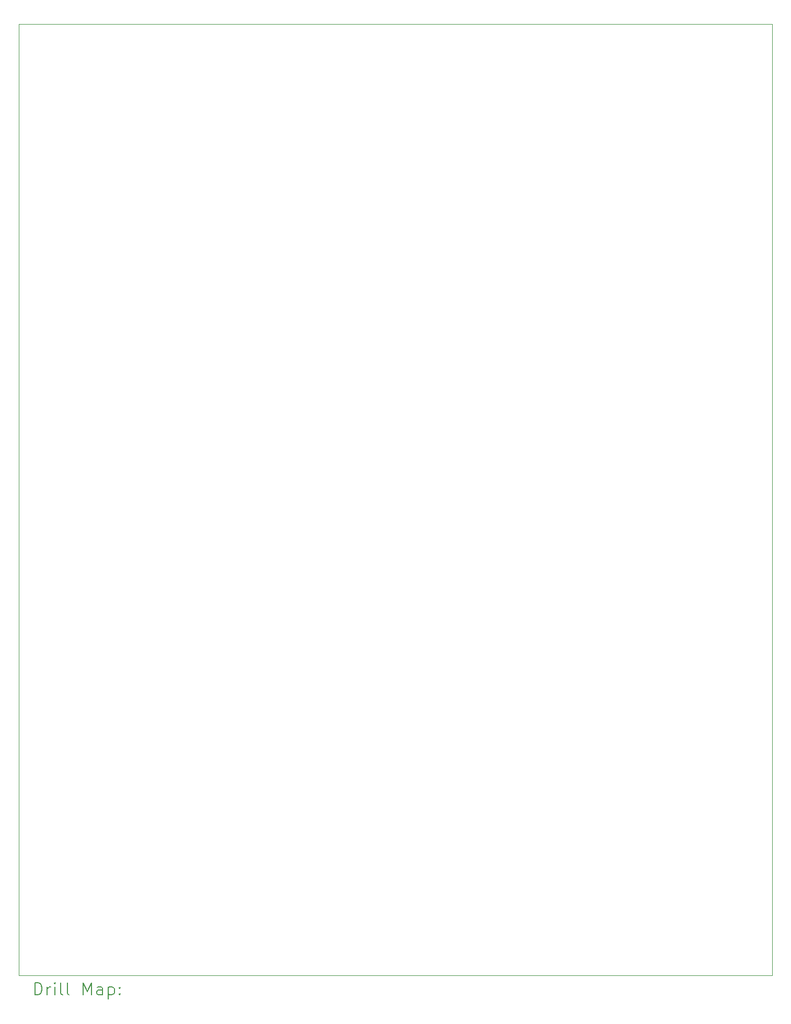
<source format=gbr>
%TF.GenerationSoftware,KiCad,Pcbnew,9.0.1*%
%TF.CreationDate,2025-05-09T02:34:20+02:00*%
%TF.ProjectId,receiver_battery,72656365-6976-4657-925f-626174746572,rev?*%
%TF.SameCoordinates,Original*%
%TF.FileFunction,Drillmap*%
%TF.FilePolarity,Positive*%
%FSLAX45Y45*%
G04 Gerber Fmt 4.5, Leading zero omitted, Abs format (unit mm)*
G04 Created by KiCad (PCBNEW 9.0.1) date 2025-05-09 02:34:20*
%MOMM*%
%LPD*%
G01*
G04 APERTURE LIST*
%ADD10C,0.050000*%
%ADD11C,0.200000*%
G04 APERTURE END LIST*
D10*
X2000000Y-4100000D02*
X14200000Y-4100000D01*
X14200000Y-19500000D01*
X2000000Y-19500000D01*
X2000000Y-4100000D01*
D11*
X2258277Y-19813984D02*
X2258277Y-19613984D01*
X2258277Y-19613984D02*
X2305896Y-19613984D01*
X2305896Y-19613984D02*
X2334467Y-19623508D01*
X2334467Y-19623508D02*
X2353515Y-19642555D01*
X2353515Y-19642555D02*
X2363039Y-19661603D01*
X2363039Y-19661603D02*
X2372563Y-19699698D01*
X2372563Y-19699698D02*
X2372563Y-19728270D01*
X2372563Y-19728270D02*
X2363039Y-19766365D01*
X2363039Y-19766365D02*
X2353515Y-19785412D01*
X2353515Y-19785412D02*
X2334467Y-19804460D01*
X2334467Y-19804460D02*
X2305896Y-19813984D01*
X2305896Y-19813984D02*
X2258277Y-19813984D01*
X2458277Y-19813984D02*
X2458277Y-19680650D01*
X2458277Y-19718746D02*
X2467801Y-19699698D01*
X2467801Y-19699698D02*
X2477324Y-19690174D01*
X2477324Y-19690174D02*
X2496372Y-19680650D01*
X2496372Y-19680650D02*
X2515420Y-19680650D01*
X2582086Y-19813984D02*
X2582086Y-19680650D01*
X2582086Y-19613984D02*
X2572563Y-19623508D01*
X2572563Y-19623508D02*
X2582086Y-19633031D01*
X2582086Y-19633031D02*
X2591610Y-19623508D01*
X2591610Y-19623508D02*
X2582086Y-19613984D01*
X2582086Y-19613984D02*
X2582086Y-19633031D01*
X2705896Y-19813984D02*
X2686848Y-19804460D01*
X2686848Y-19804460D02*
X2677324Y-19785412D01*
X2677324Y-19785412D02*
X2677324Y-19613984D01*
X2810658Y-19813984D02*
X2791610Y-19804460D01*
X2791610Y-19804460D02*
X2782086Y-19785412D01*
X2782086Y-19785412D02*
X2782086Y-19613984D01*
X3039229Y-19813984D02*
X3039229Y-19613984D01*
X3039229Y-19613984D02*
X3105896Y-19756841D01*
X3105896Y-19756841D02*
X3172562Y-19613984D01*
X3172562Y-19613984D02*
X3172562Y-19813984D01*
X3353515Y-19813984D02*
X3353515Y-19709222D01*
X3353515Y-19709222D02*
X3343991Y-19690174D01*
X3343991Y-19690174D02*
X3324943Y-19680650D01*
X3324943Y-19680650D02*
X3286848Y-19680650D01*
X3286848Y-19680650D02*
X3267801Y-19690174D01*
X3353515Y-19804460D02*
X3334467Y-19813984D01*
X3334467Y-19813984D02*
X3286848Y-19813984D01*
X3286848Y-19813984D02*
X3267801Y-19804460D01*
X3267801Y-19804460D02*
X3258277Y-19785412D01*
X3258277Y-19785412D02*
X3258277Y-19766365D01*
X3258277Y-19766365D02*
X3267801Y-19747317D01*
X3267801Y-19747317D02*
X3286848Y-19737793D01*
X3286848Y-19737793D02*
X3334467Y-19737793D01*
X3334467Y-19737793D02*
X3353515Y-19728270D01*
X3448753Y-19680650D02*
X3448753Y-19880650D01*
X3448753Y-19690174D02*
X3467801Y-19680650D01*
X3467801Y-19680650D02*
X3505896Y-19680650D01*
X3505896Y-19680650D02*
X3524943Y-19690174D01*
X3524943Y-19690174D02*
X3534467Y-19699698D01*
X3534467Y-19699698D02*
X3543991Y-19718746D01*
X3543991Y-19718746D02*
X3543991Y-19775889D01*
X3543991Y-19775889D02*
X3534467Y-19794936D01*
X3534467Y-19794936D02*
X3524943Y-19804460D01*
X3524943Y-19804460D02*
X3505896Y-19813984D01*
X3505896Y-19813984D02*
X3467801Y-19813984D01*
X3467801Y-19813984D02*
X3448753Y-19804460D01*
X3629705Y-19794936D02*
X3639229Y-19804460D01*
X3639229Y-19804460D02*
X3629705Y-19813984D01*
X3629705Y-19813984D02*
X3620182Y-19804460D01*
X3620182Y-19804460D02*
X3629705Y-19794936D01*
X3629705Y-19794936D02*
X3629705Y-19813984D01*
X3629705Y-19690174D02*
X3639229Y-19699698D01*
X3639229Y-19699698D02*
X3629705Y-19709222D01*
X3629705Y-19709222D02*
X3620182Y-19699698D01*
X3620182Y-19699698D02*
X3629705Y-19690174D01*
X3629705Y-19690174D02*
X3629705Y-19709222D01*
M02*

</source>
